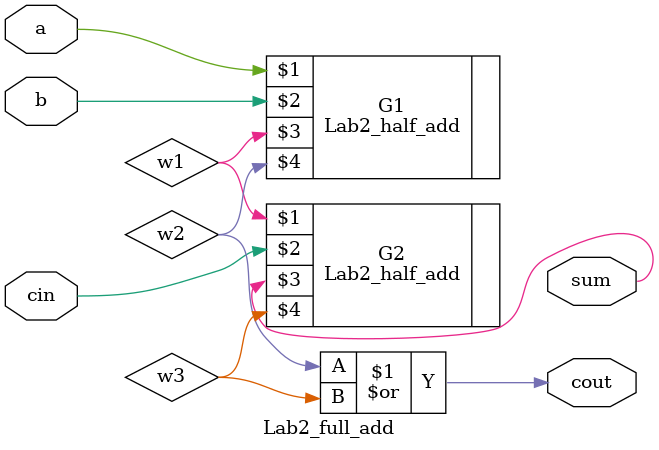
<source format=v>
module Lab2_full_add(a,b,cin,sum,cout);
    input  a,b,cin;
    wire   w1,w2,w3;
    output sum,cout;

    Lab2_half_add              G1(a,b,w1,w2);
    Lab2_half_add              G2(w1,cin,sum,w3);
    or              #(2)       G3(cout,w2,w3);    
endmodule
</source>
